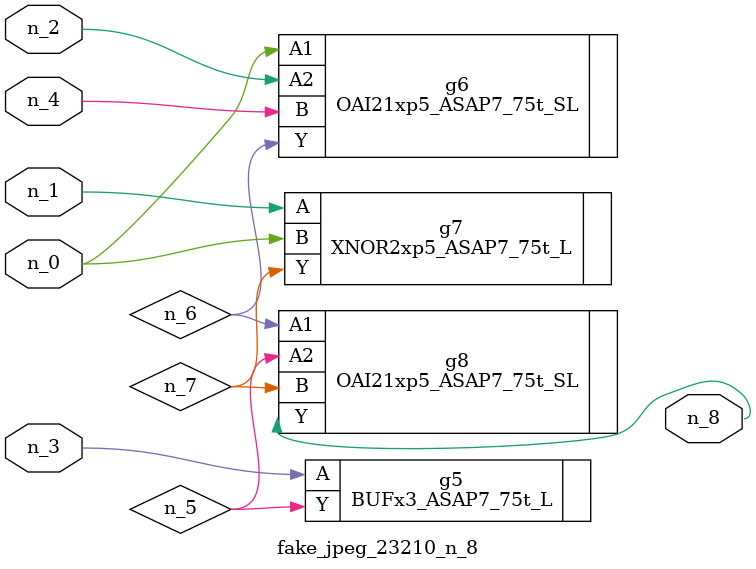
<source format=v>
module fake_jpeg_23210_n_8 (n_3, n_2, n_1, n_0, n_4, n_8);

input n_3;
input n_2;
input n_1;
input n_0;
input n_4;

output n_8;

wire n_6;
wire n_5;
wire n_7;

BUFx3_ASAP7_75t_L g5 ( 
.A(n_3),
.Y(n_5)
);

OAI21xp5_ASAP7_75t_SL g6 ( 
.A1(n_0),
.A2(n_2),
.B(n_4),
.Y(n_6)
);

XNOR2xp5_ASAP7_75t_L g7 ( 
.A(n_1),
.B(n_0),
.Y(n_7)
);

OAI21xp5_ASAP7_75t_SL g8 ( 
.A1(n_6),
.A2(n_5),
.B(n_7),
.Y(n_8)
);


endmodule
</source>
